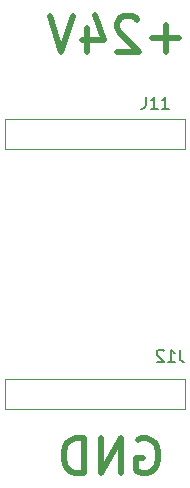
<source format=gbr>
G04 #@! TF.GenerationSoftware,KiCad,Pcbnew,(5.1.0-0)*
G04 #@! TF.CreationDate,2019-05-08T18:24:01-07:00*
G04 #@! TF.ProjectId,power board,706f7765-7220-4626-9f61-72642e6b6963,rev?*
G04 #@! TF.SameCoordinates,Original*
G04 #@! TF.FileFunction,Legend,Bot*
G04 #@! TF.FilePolarity,Positive*
%FSLAX46Y46*%
G04 Gerber Fmt 4.6, Leading zero omitted, Abs format (unit mm)*
G04 Created by KiCad (PCBNEW (5.1.0-0)) date 2019-05-08 18:24:01*
%MOMM*%
%LPD*%
G04 APERTURE LIST*
%ADD10C,0.500000*%
%ADD11C,0.120000*%
%ADD12C,0.150000*%
G04 APERTURE END LIST*
D10*
X33400714Y-93750000D02*
X33686428Y-93607142D01*
X34115000Y-93607142D01*
X34543571Y-93750000D01*
X34829285Y-94035714D01*
X34972142Y-94321428D01*
X35115000Y-94892857D01*
X35115000Y-95321428D01*
X34972142Y-95892857D01*
X34829285Y-96178571D01*
X34543571Y-96464285D01*
X34115000Y-96607142D01*
X33829285Y-96607142D01*
X33400714Y-96464285D01*
X33257857Y-96321428D01*
X33257857Y-95321428D01*
X33829285Y-95321428D01*
X31972142Y-96607142D02*
X31972142Y-93607142D01*
X30257857Y-96607142D01*
X30257857Y-93607142D01*
X28829285Y-96607142D02*
X28829285Y-93607142D01*
X28115000Y-93607142D01*
X27686428Y-93750000D01*
X27400714Y-94035714D01*
X27257857Y-94321428D01*
X27115000Y-94892857D01*
X27115000Y-95321428D01*
X27257857Y-95892857D01*
X27400714Y-96178571D01*
X27686428Y-96464285D01*
X28115000Y-96607142D01*
X28829285Y-96607142D01*
X36908714Y-59777285D02*
X34623000Y-59777285D01*
X35765857Y-60920142D02*
X35765857Y-58634428D01*
X33337285Y-58205857D02*
X33194428Y-58063000D01*
X32908714Y-57920142D01*
X32194428Y-57920142D01*
X31908714Y-58063000D01*
X31765857Y-58205857D01*
X31623000Y-58491571D01*
X31623000Y-58777285D01*
X31765857Y-59205857D01*
X33480142Y-60920142D01*
X31623000Y-60920142D01*
X29051571Y-58920142D02*
X29051571Y-60920142D01*
X29765857Y-57777285D02*
X30480142Y-59920142D01*
X28623000Y-59920142D01*
X27908714Y-57920142D02*
X26908714Y-60920142D01*
X25908714Y-57920142D01*
D11*
X37401500Y-91127000D02*
X37401500Y-88587000D01*
X37401500Y-88587000D02*
X22161500Y-88587000D01*
X22161500Y-88587000D02*
X22161500Y-91127000D01*
X22161500Y-91127000D02*
X37401500Y-91127000D01*
X22161500Y-69127000D02*
X37401500Y-69127000D01*
X22161500Y-66587000D02*
X22161500Y-69127000D01*
X37401500Y-66587000D02*
X22161500Y-66587000D01*
X37401500Y-69127000D02*
X37401500Y-66587000D01*
D12*
X36941023Y-86134380D02*
X36941023Y-86848666D01*
X36988642Y-86991523D01*
X37083880Y-87086761D01*
X37226738Y-87134380D01*
X37321976Y-87134380D01*
X35941023Y-87134380D02*
X36512452Y-87134380D01*
X36226738Y-87134380D02*
X36226738Y-86134380D01*
X36321976Y-86277238D01*
X36417214Y-86372476D01*
X36512452Y-86420095D01*
X35560071Y-86229619D02*
X35512452Y-86182000D01*
X35417214Y-86134380D01*
X35179119Y-86134380D01*
X35083880Y-86182000D01*
X35036261Y-86229619D01*
X34988642Y-86324857D01*
X34988642Y-86420095D01*
X35036261Y-86562952D01*
X35607690Y-87134380D01*
X34988642Y-87134380D01*
X34051976Y-64729380D02*
X34051976Y-65443666D01*
X34004357Y-65586523D01*
X33909119Y-65681761D01*
X33766261Y-65729380D01*
X33671023Y-65729380D01*
X35051976Y-65729380D02*
X34480547Y-65729380D01*
X34766261Y-65729380D02*
X34766261Y-64729380D01*
X34671023Y-64872238D01*
X34575785Y-64967476D01*
X34480547Y-65015095D01*
X36004357Y-65729380D02*
X35432928Y-65729380D01*
X35718642Y-65729380D02*
X35718642Y-64729380D01*
X35623404Y-64872238D01*
X35528166Y-64967476D01*
X35432928Y-65015095D01*
M02*

</source>
